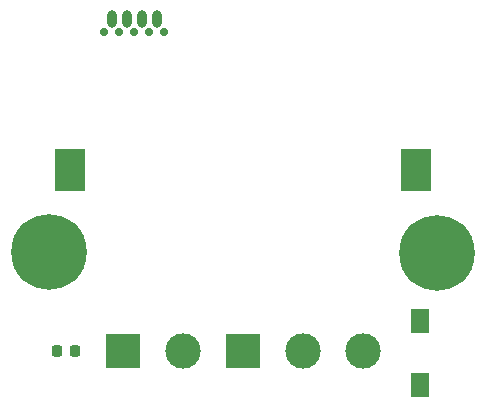
<source format=gbs>
G04 #@! TF.GenerationSoftware,KiCad,Pcbnew,(6.0.9)*
G04 #@! TF.CreationDate,2022-11-24T22:46:59+01:00*
G04 #@! TF.ProjectId,telinksensor-hw,74656c69-6e6b-4736-956e-736f722d6877,rev?*
G04 #@! TF.SameCoordinates,Original*
G04 #@! TF.FileFunction,Soldermask,Bot*
G04 #@! TF.FilePolarity,Negative*
%FSLAX46Y46*%
G04 Gerber Fmt 4.6, Leading zero omitted, Abs format (unit mm)*
G04 Created by KiCad (PCBNEW (6.0.9)) date 2022-11-24 22:46:59*
%MOMM*%
%LPD*%
G01*
G04 APERTURE LIST*
G04 Aperture macros list*
%AMRoundRect*
0 Rectangle with rounded corners*
0 $1 Rounding radius*
0 $2 $3 $4 $5 $6 $7 $8 $9 X,Y pos of 4 corners*
0 Add a 4 corners polygon primitive as box body*
4,1,4,$2,$3,$4,$5,$6,$7,$8,$9,$2,$3,0*
0 Add four circle primitives for the rounded corners*
1,1,$1+$1,$2,$3*
1,1,$1+$1,$4,$5*
1,1,$1+$1,$6,$7*
1,1,$1+$1,$8,$9*
0 Add four rect primitives between the rounded corners*
20,1,$1+$1,$2,$3,$4,$5,0*
20,1,$1+$1,$4,$5,$6,$7,0*
20,1,$1+$1,$6,$7,$8,$9,0*
20,1,$1+$1,$8,$9,$2,$3,0*%
G04 Aperture macros list end*
%ADD10C,6.400000*%
%ADD11C,0.800000*%
%ADD12C,0.700000*%
%ADD13O,0.800000X1.500000*%
%ADD14R,1.600000X2.000000*%
%ADD15R,2.600000X3.600000*%
%ADD16R,3.000000X3.000000*%
%ADD17C,3.000000*%
%ADD18RoundRect,0.218750X0.218750X0.256250X-0.218750X0.256250X-0.218750X-0.256250X0.218750X-0.256250X0*%
G04 APERTURE END LIST*
D10*
X182300000Y-104500000D03*
D11*
X183997056Y-106197056D03*
X180602944Y-106197056D03*
X184700000Y-104500000D03*
X182300000Y-106900000D03*
X179900000Y-104500000D03*
X183997056Y-102802944D03*
X182300000Y-102100000D03*
X180602944Y-102802944D03*
X147802944Y-102702944D03*
X149500000Y-102000000D03*
X151197056Y-102702944D03*
X151197056Y-106097056D03*
D10*
X149500000Y-104400000D03*
D11*
X147100000Y-104400000D03*
X149500000Y-106800000D03*
X147802944Y-106097056D03*
X151900000Y-104400000D03*
D12*
X154165000Y-85785000D03*
X155435000Y-85785000D03*
X159245000Y-85785000D03*
X156705000Y-85785000D03*
X157975000Y-85785000D03*
D13*
X158610000Y-84630000D03*
X157340000Y-84630000D03*
X156070000Y-84630000D03*
X154800000Y-84630000D03*
D14*
X180900000Y-115600000D03*
X180900000Y-110200000D03*
D15*
X180550000Y-97400000D03*
X151250000Y-97400000D03*
D16*
X155760000Y-112800000D03*
D17*
X160840000Y-112800000D03*
D16*
X165900000Y-112800000D03*
D17*
X170980000Y-112800000D03*
X176060000Y-112800000D03*
D18*
X151686991Y-112800000D03*
X150111991Y-112800000D03*
M02*

</source>
